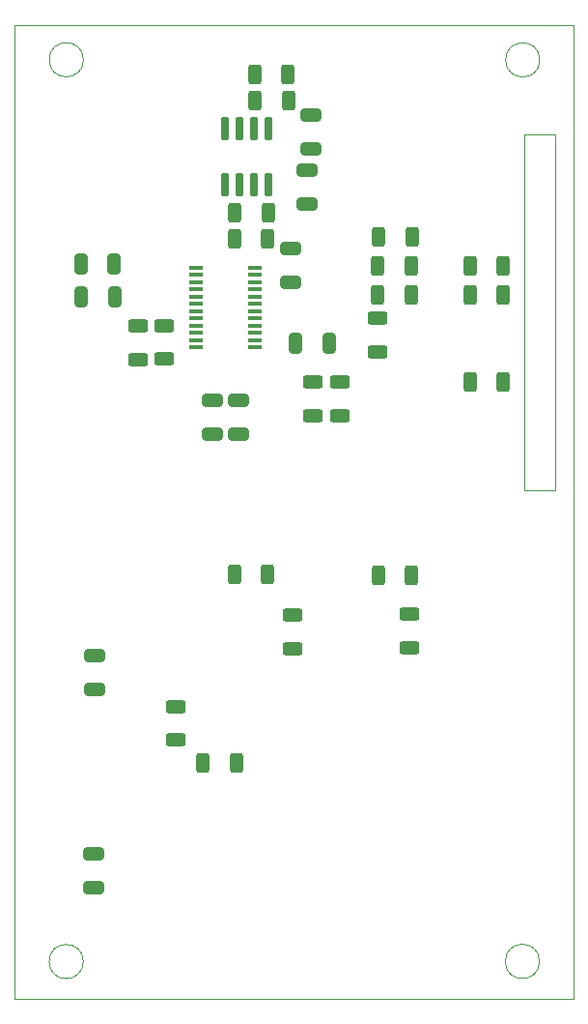
<source format=gbr>
%TF.GenerationSoftware,KiCad,Pcbnew,7.0.1*%
%TF.CreationDate,2023-11-03T16:30:39+00:00*%
%TF.ProjectId,SI4735,53493437-3335-42e6-9b69-6361645f7063,rev?*%
%TF.SameCoordinates,Original*%
%TF.FileFunction,Paste,Bot*%
%TF.FilePolarity,Positive*%
%FSLAX45Y45*%
G04 Gerber Fmt 4.5, Leading zero omitted, Abs format (unit mm)*
G04 Created by KiCad (PCBNEW 7.0.1) date 2023-11-03 16:30:39*
%MOMM*%
%LPD*%
G01*
G04 APERTURE LIST*
G04 Aperture macros list*
%AMRoundRect*
0 Rectangle with rounded corners*
0 $1 Rounding radius*
0 $2 $3 $4 $5 $6 $7 $8 $9 X,Y pos of 4 corners*
0 Add a 4 corners polygon primitive as box body*
4,1,4,$2,$3,$4,$5,$6,$7,$8,$9,$2,$3,0*
0 Add four circle primitives for the rounded corners*
1,1,$1+$1,$2,$3*
1,1,$1+$1,$4,$5*
1,1,$1+$1,$6,$7*
1,1,$1+$1,$8,$9*
0 Add four rect primitives between the rounded corners*
20,1,$1+$1,$2,$3,$4,$5,0*
20,1,$1+$1,$4,$5,$6,$7,0*
20,1,$1+$1,$6,$7,$8,$9,0*
20,1,$1+$1,$8,$9,$2,$3,0*%
G04 Aperture macros list end*
%ADD10RoundRect,0.250000X0.312500X0.625000X-0.312500X0.625000X-0.312500X-0.625000X0.312500X-0.625000X0*%
%ADD11RoundRect,0.250000X0.650000X-0.325000X0.650000X0.325000X-0.650000X0.325000X-0.650000X-0.325000X0*%
%ADD12RoundRect,0.250000X0.625000X-0.312500X0.625000X0.312500X-0.625000X0.312500X-0.625000X-0.312500X0*%
%ADD13RoundRect,0.250000X-0.625000X0.312500X-0.625000X-0.312500X0.625000X-0.312500X0.625000X0.312500X0*%
%ADD14RoundRect,0.250000X-0.650000X0.325000X-0.650000X-0.325000X0.650000X-0.325000X0.650000X0.325000X0*%
%ADD15RoundRect,0.250000X-0.325000X-0.650000X0.325000X-0.650000X0.325000X0.650000X-0.325000X0.650000X0*%
%ADD16RoundRect,0.250000X-0.312500X-0.625000X0.312500X-0.625000X0.312500X0.625000X-0.312500X0.625000X0*%
%ADD17R,1.200000X0.400000*%
%ADD18RoundRect,0.250000X0.325000X0.650000X-0.325000X0.650000X-0.325000X-0.650000X0.325000X-0.650000X0*%
%ADD19RoundRect,0.042000X0.258000X-0.943000X0.258000X0.943000X-0.258000X0.943000X-0.258000X-0.943000X0*%
%TA.AperFunction,Profile*%
%ADD20C,0.050000*%
%TD*%
%TA.AperFunction,Profile*%
%ADD21C,0.100000*%
%TD*%
G04 APERTURE END LIST*
D10*
%TO.C,R13*%
X16785520Y-10967160D03*
X16493020Y-10967160D03*
%TD*%
D11*
%TO.C,C2*%
X13192000Y-15390000D03*
X13192000Y-15095000D03*
%TD*%
D10*
%TO.C,R6*%
X14721250Y-9485000D03*
X14428750Y-9485000D03*
%TD*%
D11*
%TO.C,C6*%
X14920000Y-10087500D03*
X14920000Y-9792500D03*
%TD*%
D12*
%TO.C,R19*%
X15348750Y-11258510D03*
X15348750Y-10966010D03*
%TD*%
D13*
%TO.C,R4*%
X15681960Y-10406380D03*
X15681960Y-10698880D03*
%TD*%
D14*
%TO.C,C9*%
X15064000Y-9109000D03*
X15064000Y-9404000D03*
%TD*%
D13*
%TO.C,R17*%
X13810000Y-10470000D03*
X13810000Y-10762500D03*
%TD*%
D15*
%TO.C,C10*%
X13077695Y-9926820D03*
X13372695Y-9926820D03*
%TD*%
D10*
%TO.C,R11*%
X16785520Y-10199660D03*
X16493020Y-10199660D03*
%TD*%
D12*
%TO.C,R21*%
X15116250Y-11258510D03*
X15116250Y-10966010D03*
%TD*%
D10*
%TO.C,R8*%
X14442500Y-14300000D03*
X14150000Y-14300000D03*
%TD*%
D16*
%TO.C,R1*%
X15690000Y-9695000D03*
X15982500Y-9695000D03*
%TD*%
D12*
%TO.C,R20*%
X14935250Y-13300000D03*
X14935250Y-13007500D03*
%TD*%
D14*
%TO.C,C24*%
X14232500Y-11124000D03*
X14232500Y-11419000D03*
%TD*%
D15*
%TO.C,C13*%
X13080000Y-10215000D03*
X13375000Y-10215000D03*
%TD*%
D10*
%TO.C,R3*%
X15974460Y-10203180D03*
X15681960Y-10203180D03*
%TD*%
%TO.C,R22*%
X14720000Y-12645000D03*
X14427500Y-12645000D03*
%TD*%
%TO.C,R5*%
X14720000Y-9710000D03*
X14427500Y-9710000D03*
%TD*%
%TO.C,R10*%
X14898750Y-8497500D03*
X14606250Y-8497500D03*
%TD*%
D17*
%TO.C,U6*%
X14087500Y-10658500D03*
X14087500Y-10595000D03*
X14087500Y-10531500D03*
X14087500Y-10468000D03*
X14087500Y-10404500D03*
X14087500Y-10341000D03*
X14087500Y-10277500D03*
X14087500Y-10214000D03*
X14087500Y-10150500D03*
X14087500Y-10087000D03*
X14087500Y-10023500D03*
X14087500Y-9960000D03*
X14607500Y-9960000D03*
X14607500Y-10023500D03*
X14607500Y-10087000D03*
X14607500Y-10150500D03*
X14607500Y-10214000D03*
X14607500Y-10277500D03*
X14607500Y-10341000D03*
X14607500Y-10404500D03*
X14607500Y-10468000D03*
X14607500Y-10531500D03*
X14607500Y-10595000D03*
X14607500Y-10658500D03*
%TD*%
D10*
%TO.C,R2*%
X15974060Y-9949180D03*
X15681560Y-9949180D03*
%TD*%
%TO.C,R9*%
X14897500Y-8270000D03*
X14605000Y-8270000D03*
%TD*%
%TO.C,R12*%
X16785520Y-9949660D03*
X16493020Y-9949660D03*
%TD*%
D18*
%TO.C,C15*%
X15257500Y-10625000D03*
X14962500Y-10625000D03*
%TD*%
D14*
%TO.C,C23*%
X14462500Y-11124000D03*
X14462500Y-11419000D03*
%TD*%
%TO.C,C3*%
X13200000Y-13360000D03*
X13200000Y-13655000D03*
%TD*%
D12*
%TO.C,R16*%
X15957500Y-13290000D03*
X15957500Y-12997500D03*
%TD*%
D13*
%TO.C,R7*%
X13577500Y-10472500D03*
X13577500Y-10765000D03*
%TD*%
D16*
%TO.C,R18*%
X15687500Y-12657260D03*
X15980000Y-12657260D03*
%TD*%
D19*
%TO.C,U3*%
X14721750Y-9236500D03*
X14594750Y-9236500D03*
X14467750Y-9236500D03*
X14340750Y-9236500D03*
X14340750Y-8742500D03*
X14467750Y-8742500D03*
X14594750Y-8742500D03*
X14721750Y-8742500D03*
%TD*%
D11*
%TO.C,C4*%
X15095000Y-8920000D03*
X15095000Y-8625000D03*
%TD*%
D12*
%TO.C,R15*%
X13915000Y-14096250D03*
X13915000Y-13803750D03*
%TD*%
D20*
X17104000Y-8143000D02*
G75*
G03*
X17104000Y-8143000I-150000J0D01*
G01*
X13102000Y-8142000D02*
G75*
G03*
X13102000Y-8142000I-150000J0D01*
G01*
X13101000Y-16038000D02*
G75*
G03*
X13101000Y-16038000I-150000J0D01*
G01*
X16965500Y-8793000D02*
X17237000Y-8793000D01*
X17237000Y-11913000D01*
X16965500Y-11913000D01*
X16965500Y-8793000D01*
X17101000Y-16037000D02*
G75*
G03*
X17101000Y-16037000I-150000J0D01*
G01*
X12496500Y-7836500D02*
X17404000Y-7836500D01*
X17404000Y-16369000D01*
X12496500Y-16369000D01*
X12496500Y-7836500D01*
D21*
%TO.C,J3*%
X12499000Y-8804000D02*
X12499000Y-9664000D01*
%TO.C,J5*%
X12498500Y-10481000D02*
X12498500Y-11341000D01*
%TD*%
M02*

</source>
